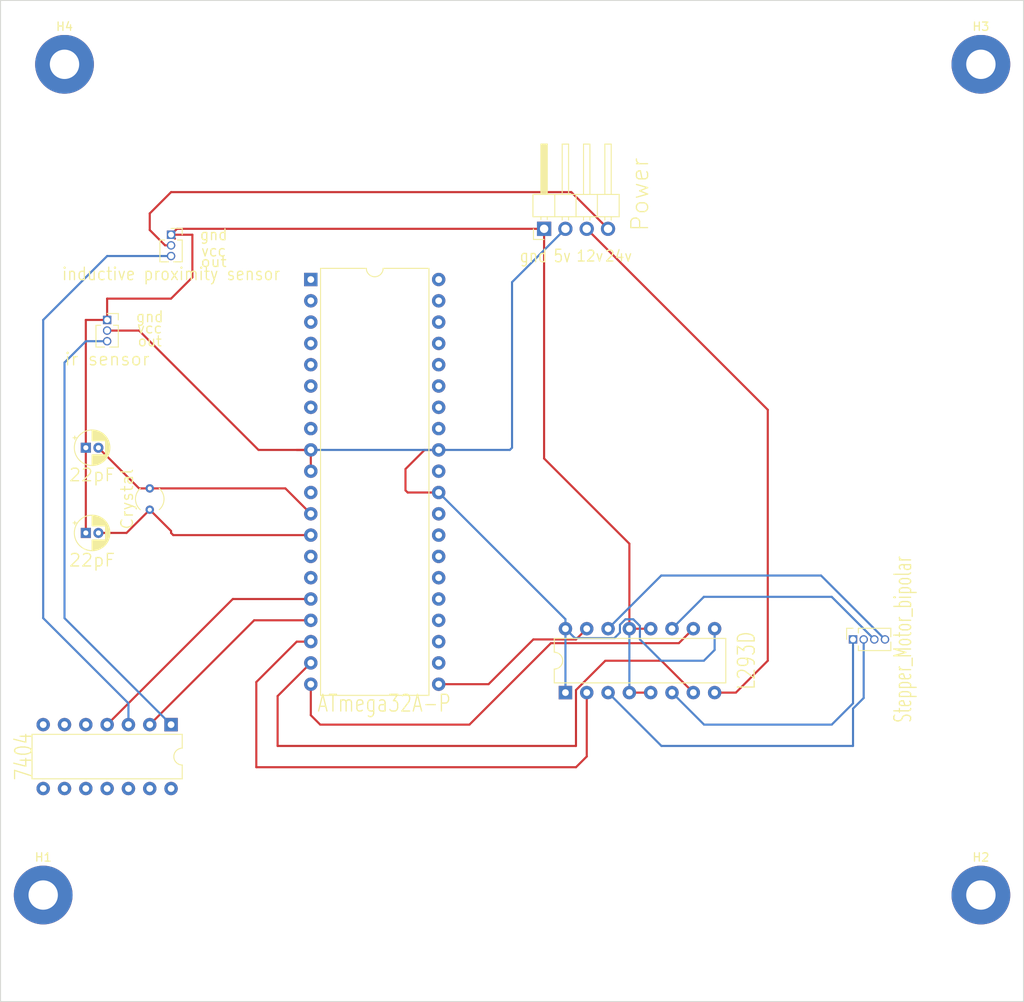
<source format=kicad_pcb>
(kicad_pcb (version 20211014) (generator pcbnew)
  (layers (0 "F.Cu" signal) (31 "B.Cu" signal) (34 "B.Paste" user) (35 "F.Paste" user) (36 "B.SilkS" user "B.Silkscreen") (37 "F.SilkS" user "F.Silkscreen") (38 "B.Mask" user) (39 "F.Mask" user) (44 "Edge.Cuts" user))
  (net 0 "")
  (net 1 "Net-(C1-Pad1)")
  (net 2 "Net-(C1-Pad2)")
  (net 3 "Net-(C2-Pad2)")
  (net 4 "Net-(J1-Pad2)")
  (net 5 "Net-(J1-Pad3)")
  (net 6 "Net-(J1-Pad4)")
  (net 7 "Net-(J3-Pad3)")
  (net 8 "Net-(M1-Pad1)")
  (net 9 "Net-(M1-Pad2)")
  (net 10 "Net-(M1-Pad3)")
  (net 11 "Net-(M1-Pad4)")
  (net 20 "Net-(U1-Pad11)")
  (net 23 "Net-(U1-Pad16)")
  (net 24 "Net-(U1-Pad17)")
  (net 25 "Net-(U1-Pad18)")
  (net 26 "Net-(U1-Pad19)")
  (net 27 "Net-(U1-Pad20)")
  (net 28 "Net-(U1-Pad21)")
  (net 47 "Gnd")
  (net 54 "Net-(J2-Pad3)")
  (footprint "Connector_PinHeader_2.54mm:PinHeader_1x04_P2.54mm_Horizontal" (layer "F.Cu") (at 85.1 78.035 90)
    (fp_text reference "J1")
    (fp_text value "Power" (at 4.1 11.42 90) (layer "F.SilkS") (effects (font (size 2 2))))
    (fp_line (start 1.042929 4.7) (end 1.44 4.7) (layer "F.SilkS") (width 0.12))
    (fp_line (start 4.1 -0.08) (end 10.1 -0.08) (layer "F.SilkS") (width 0.12))
    (fp_line (start 4.1 0.28) (end 10.1 0.28) (layer "F.SilkS") (width 0.12))
    (fp_line (start 10.1 4.7) (end 10.1 5.46) (layer "F.SilkS") (width 0.12))
    (fp_line (start 1.042929 8) (end 1.44 8) (layer "F.SilkS") (width 0.12))
    (fp_line (start 10.1 7.24) (end 10.1 8) (layer "F.SilkS") (width 0.12))
    (fp_line (start 4.1 -0.32) (end 10.1 -0.32) (layer "F.SilkS") (width 0.12))
    (fp_line (start 10.1 -0.38) (end 10.1 0.38) (layer "F.SilkS") (width 0.12))
    (fp_line (start 1.44 8.95) (end 4.1 8.95) (layer "F.SilkS") (width 0.12))
    (fp_line (start 1.44 6.35) (end 4.1 6.35) (layer "F.SilkS") (width 0.12))
    (fp_line (start 10.1 8) (end 4.1 8) (layer "F.SilkS") (width 0.12))
    (fp_line (start 1.11 -0.38) (end 1.44 -0.38) (layer "F.SilkS") (width 0.12))
    (fp_line (start 10.1 5.46) (end 4.1 5.46) (layer "F.SilkS") (width 0.12))
    (fp_line (start 1.44 -1.33) (end 1.44 8.95) (layer "F.SilkS") (width 0.12))
    (fp_line (start 4.1 0.16) (end 10.1 0.16) (layer "F.SilkS") (width 0.12))
    (fp_line (start 1.44 1.27) (end 4.1 1.27) (layer "F.SilkS") (width 0.12))
    (fp_line (start 1.042929 5.46) (end 1.44 5.46) (layer "F.SilkS") (width 0.12))
    (fp_line (start -1.27 0) (end -1.27 -1.27) (layer "F.SilkS") (width 0.12))
    (fp_line (start 10.1 0.38) (end 4.1 0.38) (layer "F.SilkS") (width 0.12))
    (fp_line (start 1.042929 2.92) (end 1.44 2.92) (layer "F.SilkS") (width 0.12))
    (fp_line (start 4.1 2.16) (end 10.1 2.16) (layer "F.SilkS") (width 0.12))
    (fp_line (start 4.1 0.04) (end 10.1 0.04) (layer "F.SilkS") (width 0.12))
    (fp_line (start 1.042929 7.24) (end 1.44 7.24) (layer "F.SilkS") (width 0.12))
    (fp_line (start -1.27 -1.27) (end 0 -1.27) (layer "F.SilkS") (width 0.12))
    (fp_line (start 10.1 2.92) (end 4.1 2.92) (layer "F.SilkS") (width 0.12))
    (fp_line (start 4.1 7.24) (end 10.1 7.24) (layer "F.SilkS") (width 0.12))
    (fp_line (start 4.1 -0.2) (end 10.1 -0.2) (layer "F.SilkS") (width 0.12))
    (fp_line (start 4.1 8.95) (end 4.1 -1.33) (layer "F.SilkS") (width 0.12))
    (fp_line (start 4.1 -0.38) (end 10.1 -0.38) (layer "F.SilkS") (width 0.12))
    (fp_line (start 10.1 2.16) (end 10.1 2.92) (layer "F.SilkS") (width 0.12))
    (fp_line (start 1.042929 2.16) (end 1.44 2.16) (layer "F.SilkS") (width 0.12))
    (fp_line (start 1.11 0.38) (end 1.44 0.38) (layer "F.SilkS") (width 0.12))
    (fp_line (start 4.1 4.7) (end 10.1 4.7) (layer "F.SilkS") (width 0.12))
    (fp_line (start 1.44 3.81) (end 4.1 3.81) (layer "F.SilkS") (width 0.12))
    (fp_line (start 4.1 -1.33) (end 1.44 -1.33) (layer "F.SilkS") (width 0.12))
    (pad "1" thru_hole rect (at 0 0 90) (size 1.7 1.7) (drill 1) (layers *.Cu *.Mask) (net 1 "Net-(C1-Pad1)"))
    (pad "2" thru_hole oval (at 0 2.54 90) (size 1.7 1.7) (drill 1) (layers *.Cu *.Mask) (net 4 "Net-(J1-Pad2)"))
    (pad "3" thru_hole oval (at 0 5.08 90) (size 1.7 1.7) (drill 1) (layers *.Cu *.Mask) (net 5 "Net-(J1-Pad3)"))
    (pad "4" thru_hole oval (at 0 7.62 90) (size 1.7 1.7) (drill 1) (layers *.Cu *.Mask) (net 6 "Net-(J1-Pad4)"))
  )
  (footprint "MountingHole:MountingHole_3.5mm_Pad" (layer "F.Cu") (at 25.4 157.48)
    (fp_text reference "H1" (at 0 -4.5) (layer "F.SilkS"))
    (fp_text value "MountingHole")
    (pad "1" thru_hole circle (at 0 0) (size 7 7) (drill 3.5) (layers *.Cu *.Mask))
  )
  (footprint "MountingHole:MountingHole_3.5mm_Pad" (layer "F.Cu") (at 137.16 58.42)
    (fp_text reference "H3" (at 0 -4.5) (layer "F.SilkS"))
    (fp_text value "MountingHole")
    (pad "1" thru_hole circle (at 0 0) (size 7 7) (drill 3.5) (layers *.Cu *.Mask))
  )
  (footprint "Capacitor_THT:CP_Radial_D4.0mm_P1.50mm" (layer "F.Cu") (at 30.48 114.3)
    (fp_text reference "C1")
    (fp_text value "22pF" (at 0.75 3.25) (layer "F.SilkS") (effects (font (size 1.5 1.5))))
    (fp_line (start 0.91 -2.074) (end 0.91 -0.84) (layer "F.SilkS") (width 0.12))
    (fp_line (start 1.07 0.84) (end 1.07 2.056) (layer "F.SilkS") (width 0.12))
    (fp_line (start 0.95 0.84) (end 0.95 2.071) (layer "F.SilkS") (width 0.12))
    (fp_line (start 1.711 0.84) (end 1.711 1.851) (layer "F.SilkS") (width 0.12))
    (fp_line (start 2.191 0.84) (end 2.191 1.516) (layer "F.SilkS") (width 0.12))
    (fp_line (start 1.03 -2.062) (end 1.03 -0.84) (layer "F.SilkS") (width 0.12))
    (fp_line (start 2.671 -0.859) (end 2.671 0.859) (layer "F.SilkS") (width 0.12))
    (fp_line (start 1.511 0.84) (end 1.511 1.94) (layer "F.SilkS") (width 0.12))
    (fp_line (start 2.231 -1.478) (end 2.231 -0.84) (layer "F.SilkS") (width 0.12))
    (fp_line (start 0.99 0.84) (end 0.99 2.067) (layer "F.SilkS") (width 0.12))
    (fp_line (start 1.511 -1.94) (end 1.511 -0.84) (layer "F.SilkS") (width 0.12))
    (fp_line (start 2.751 -0.664) (end 2.751 0.664) (layer "F.SilkS") (width 0.12))
    (fp_line (start 1.551 0.84) (end 1.551 1.924) (layer "F.SilkS") (width 0.12))
    (fp_line (start 2.231 0.84) (end 2.231 1.478) (layer "F.SilkS") (width 0.12))
    (fp_line (start 1.831 0.84) (end 1.831 1.785) (layer "F.SilkS") (width 0.12))
    (fp_line (start 1.671 -1.87) (end 1.671 -0.84) (layer "F.SilkS") (width 0.12))
    (fp_line (start 2.111 -1.587) (end 2.111 -0.84) (layer "F.SilkS") (width 0.12))
    (fp_line (start 2.271 0.84) (end 2.271 1.438) (layer "F.SilkS") (width 0.12))
    (fp_line (start 0.95 -2.071) (end 0.95 -0.84) (layer "F.SilkS") (width 0.12))
    (fp_line (start 0.91 0.84) (end 0.91 2.074) (layer "F.SilkS") (width 0.12))
    (fp_line (start 2.471 -1.2) (end 2.471 1.2) (layer "F.SilkS") (width 0.12))
    (fp_line (start 1.23 0.84) (end 1.23 2.025) (layer "F.SilkS") (width 0.12))
    (fp_line (start 2.031 0.84) (end 2.031 1.65) (layer "F.SilkS") (width 0.12))
    (fp_line (start 2.511 -1.142) (end 2.511 1.142) (layer "F.SilkS") (width 0.12))
    (fp_line (start 1.711 -1.851) (end 1.711 -0.84) (layer "F.SilkS") (width 0.12))
    (fp_line (start 0.99 -2.067) (end 0.99 -0.84) (layer "F.SilkS") (width 0.12))
    (fp_line (start 1.911 0.84) (end 1.911 1.735) (layer "F.SilkS") (width 0.12))
    (fp_line (start 1.911 -1.735) (end 1.911 -0.84) (layer "F.SilkS") (width 0.12))
    (fp_line (start 2.071 -1.619) (end 2.071 -0.84) (layer "F.SilkS") (width 0.12))
    (fp_line (start 2.631 -0.94) (end 2.631 0.94) (layer "F.SilkS") (width 0.12))
    (fp_line (start 1.631 0.84) (end 1.631 1.889) (layer "F.SilkS") (width 0.12))
    (fp_line (start 1.871 -1.76) (end 1.871 -0.84) (layer "F.SilkS") (width 0.12))
    (fp_line (start 2.191 -1.516) (end 2.191 -0.84) (layer "F.SilkS") (width 0.12))
    (fp_line (start 1.991 -1.68) (end 1.991 -0.84) (layer "F.SilkS") (width 0.12))
    (fp_line (start 1.11 -2.05) (end 1.11 -0.84) (layer "F.SilkS") (width 0.12))
    (fp_line (start 1.991 0.84) (end 1.991 1.68) (layer "F.SilkS") (width 0.12))
    (fp_line (start 2.431 -1.254) (end 2.431 1.254) (layer "F.SilkS") (width 0.12))
    (fp_line (start 0.83 0.84) (end 0.83 2.079) (layer "F.SilkS") (width 0.12))
    (fp_line (start 1.591 0.84) (end 1.591 1.907) (layer "F.SilkS") (width 0.12))
    (fp_line (start 2.071 0.84) (end 2.071 1.619) (layer "F.SilkS") (width 0.12))
    (fp_line (start 1.791 0.84) (end 1.791 1.808) (layer "F.SilkS") (width 0.12))
    (fp_line (start 0.79 -2.08) (end 0.79 -0.84) (layer "F.SilkS") (width 0.12))
    (fp_line (start 1.951 0.84) (end 1.951 1.708) (layer "F.SilkS") (width 0.12))
    (fp_line (start 1.31 0.84) (end 1.31 2.005) (layer "F.SilkS") (width 0.12))
    (fp_line (start 1.791 -1.808) (end 1.791 -0.84) (layer "F.SilkS") (width 0.12))
    (fp_line (start 1.31 -2.005) (end 1.31 -0.84) (layer "F.SilkS") (width 0.12))
    (fp_line (start 2.351 -1.351) (end 2.351 1.351) (layer "F.SilkS") (width 0.12))
    (fp_line (start 0.87 0.84) (end 0.87 2.077) (layer "F.SilkS") (width 0.12))
    (fp_line (start 1.631 -1.889) (end 1.631 -0.84) (layer "F.SilkS") (width 0.12))
    (fp_line (start 0.75 0.84) (end 0.75 2.08) (layer "F.SilkS") (width 0.12))
    (fp_line (start 2.391 -1.304) (end 2.391 1.304) (layer "F.SilkS") (width 0.12))
    (fp_line (start 2.711 -0.768) (end 2.711 0.768) (layer "F.SilkS") (width 0.12))
    (fp_line (start 1.07 -2.056) (end 1.07 -0.84) (layer "F.SilkS") (width 0.12))
    (fp_line (start 1.471 -1.954) (end 1.471 -0.84) (layer "F.SilkS") (width 0.12))
    (fp_line (start 1.03 0.84) (end 1.03 2.062) (layer "F.SilkS") (width 0.12))
    (fp_line (start 2.831 -0.37) (end 2.831 0.37) (layer "F.SilkS") (width 0.12))
    (fp_line (start 1.27 -2.016) (end 1.27 -0.84) (layer "F.SilkS") (width 0.12))
    (fp_line (start 1.23 -2.025) (end 1.23 -0.84) (layer "F.SilkS") (width 0.12))
    (fp_line (start 1.751 0.84) (end 1.751 1.83) (layer "F.SilkS") (width 0.12))
    (fp_line (start 1.19 -2.034) (end 1.19 -0.84) (layer "F.SilkS") (width 0.12))
    (fp_line (start 1.951 -1.708) (end 1.951 -0.84) (layer "F.SilkS") (width 0.12))
    (fp_line (start 2.311 0.84) (end 2.311 1.396) (layer "F.SilkS") (width 0.12))
    (fp_line (start 0.75 -2.08) (end 0.75 -0.84) (layer "F.SilkS") (width 0.12))
    (fp_line (start 0.83 -2.079) (end 0.83 -0.84) (layer "F.SilkS") (width 0.12))
    (fp_line (start 1.35 -1.994) (end 1.35 -0.84) (layer "F.SilkS") (width 0.12))
    (fp_line (start 1.11 0.84) (end 1.11 2.05) (layer "F.SilkS") (width 0.12))
    (fp_line (start 1.15 -2.042) (end 1.15 -0.84) (layer "F.SilkS") (width 0.12))
    (fp_line (start -1.319801 -1.395) (end -1.319801 -0.995) (layer "F.SilkS") (width 0.12))
    (fp_line (start 1.551 -1.924) (end 1.551 -0.84) (layer "F.SilkS") (width 0.12))
    (fp_line (start 1.15 0.84) (end 1.15 2.042) (layer "F.SilkS") (width 0.12))
    (fp_line (start 2.311 -1.396) (end 2.311 -0.84) (layer "F.SilkS") (width 0.12))
    (fp_line (start 2.111 0.84) (end 2.111 1.587) (layer "F.SilkS") (width 0.12))
    (fp_line (start 1.35 0.84) (end 1.35 1.994) (layer "F.SilkS") (width 0.12))
    (fp_line (start 1.591 -1.907) (end 1.591 -0.84) (layer "F.SilkS") (width 0.12))
    (fp_line (start 2.551 -1.08) (end 2.551 1.08) (layer "F.SilkS") (width 0.12))
    (fp_line (start 1.43 -1.968) (end 1.43 -0.84) (layer "F.SilkS") (width 0.12))
    (fp_line (start 2.791 -0.537) (end 2.791 0.537) (layer "F.SilkS") (width 0.12))
    (fp_line (start 2.031 -1.65) (end 2.031 -0.84) (layer "F.SilkS") (width 0.12))
    (fp_line (start 0.79 0.84) (end 0.79 2.08) (layer "F.SilkS") (width 0.12))
    (fp_line (start 1.471 0.84) (end 1.471 1.954) (layer "F.SilkS") (width 0.12))
    (fp_line (start 1.43 0.84) (end 1.43 1.968) (layer "F.SilkS") (width 0.12))
    (fp_line (start 2.151 -1.552) (end 2.151 -0.84) (layer "F.SilkS") (width 0.12))
    (fp_line (start 1.27 0.84) (end 1.27 2.016) (layer "F.SilkS") (width 0.12))
    (fp_line (start 1.671 0.84) (end 1.671 1.87) (layer "F.SilkS") (width 0.12))
    (fp_line (start 1.831 -1.785) (end 1.831 -0.84) (layer "F.SilkS") (width 0.12))
    (fp_line (start 1.751 -1.83) (end 1.751 -0.84) (layer "F.SilkS") (width 0.12))
    (fp_line (start 2.591 -1.013) (end 2.591 1.013) (layer "F.SilkS") (width 0.12))
    (fp_line (start 0.87 -2.077) (end 0.87 -0.84) (layer "F.SilkS") (width 0.12))
    (fp_line (start 1.39 0.84) (end 1.39 1.982) (layer "F.SilkS") (width 0.12))
    (fp_line (start 2.151 0.84) (end 2.151 1.552) (layer "F.SilkS") (width 0.12))
    (fp_line (start -1.519801 -1.195) (end -1.119801 -1.195) (layer "F.SilkS") (width 0.12))
    (fp_line (start 1.19 0.84) (end 1.19 2.034) (layer "F.SilkS") (width 0.12))
    (fp_line (start 2.271 -1.438) (end 2.271 -0.84) (layer "F.SilkS") (width 0.12))
    (fp_line (start 1.871 0.84) (end 1.871 1.76) (layer "F.SilkS") (width 0.12))
    (fp_line (start 1.39 -1.982) (end 1.39 -0.84) (layer "F.SilkS") (width 0.12))
    (fp_circle (center 0.75 0) (end 2.87 0) (layer "F.SilkS") (width 0.12) (fill none))
    (pad "1" thru_hole rect (at 0 0) (size 1.2 1.2) (drill 0.6) (layers *.Cu *.Mask) (net 1 "Net-(C1-Pad1)"))
    (pad "2" thru_hole circle (at 1.5 0) (size 1.2 1.2) (drill 0.6) (layers *.Cu *.Mask) (net 2 "Net-(C1-Pad2)"))
  )
  (footprint "Capacitor_THT:CP_Radial_D4.0mm_P1.50mm" (layer "F.Cu") (at 30.48 104.14)
    (fp_text reference "C2")
    (fp_text value "22pF" (at 0.75 3.25) (layer "F.SilkS") (effects (font (size 1.5 1.5))))
    (fp_line (start 1.871 -1.76) (end 1.871 -0.84) (layer "F.SilkS") (width 0.12))
    (fp_line (start 0.87 0.84) (end 0.87 2.077) (layer "F.SilkS") (width 0.12))
    (fp_line (start -1.519801 -1.195) (end -1.119801 -1.195) (layer "F.SilkS") (width 0.12))
    (fp_line (start 2.711 -0.768) (end 2.711 0.768) (layer "F.SilkS") (width 0.12))
    (fp_line (start 0.79 -2.08) (end 0.79 -0.84) (layer "F.SilkS") (width 0.12))
    (fp_line (start 1.911 -1.735) (end 1.911 -0.84) (layer "F.SilkS") (width 0.12))
    (fp_line (start 0.75 -2.08) (end 0.75 -0.84) (layer "F.SilkS") (width 0.12))
    (fp_line (start 0.75 0.84) (end 0.75 2.08) (layer "F.SilkS") (width 0.12))
    (fp_line (start 2.431 -1.254) (end 2.431 1.254) (layer "F.SilkS") (width 0.12))
    (fp_line (start 1.43 -1.968) (end 1.43 -0.84) (layer "F.SilkS") (width 0.12))
    (fp_line (start 1.951 0.84) (end 1.951 1.708) (layer "F.SilkS") (width 0.12))
    (fp_line (start 1.15 0.84) (end 1.15 2.042) (layer "F.SilkS") (width 0.12))
    (fp_line (start 1.551 0.84) (end 1.551 1.924) (layer "F.SilkS") (width 0.12))
    (fp_line (start 1.831 -1.785) (end 1.831 -0.84) (layer "F.SilkS") (width 0.12))
    (fp_line (start 1.911 0.84) (end 1.911 1.735) (layer "F.SilkS") (width 0.12))
    (fp_line (start 0.99 0.84) (end 0.99 2.067) (layer "F.SilkS") (width 0.12))
    (fp_line (start 0.87 -2.077) (end 0.87 -0.84) (layer "F.SilkS") (width 0.12))
    (fp_line (start 2.271 -1.438) (end 2.271 -0.84) (layer "F.SilkS") (width 0.12))
    (fp_line (start 2.351 -1.351) (end 2.351 1.351) (layer "F.SilkS") (width 0.12))
    (fp_line (start 2.271 0.84) (end 2.271 1.438) (layer "F.SilkS") (width 0.12))
    (fp_line (start 1.591 0.84) (end 1.591 1.907) (layer "F.SilkS") (width 0.12))
    (fp_line (start 2.231 0.84) (end 2.231 1.478) (layer "F.SilkS") (width 0.12))
    (fp_line (start 1.991 0.84) (end 1.991 1.68) (layer "F.SilkS") (width 0.12))
    (fp_line (start 0.99 -2.067) (end 0.99 -0.84) (layer "F.SilkS") (width 0.12))
    (fp_line (start 2.191 -1.516) (end 2.191 -0.84) (layer "F.SilkS") (width 0.12))
    (fp_line (start 1.19 0.84) (end 1.19 2.034) (layer "F.SilkS") (width 0.12))
    (fp_line (start 1.39 -1.982) (end 1.39 -0.84) (layer "F.SilkS") (width 0.12))
    (fp_line (start 0.83 0.84) (end 0.83 2.079) (layer "F.SilkS") (width 0.12))
    (fp_line (start 0.91 0.84) (end 0.91 2.074) (layer "F.SilkS") (width 0.12))
    (fp_line (start 2.671 -0.859) (end 2.671 0.859) (layer "F.SilkS") (width 0.12))
    (fp_line (start 2.231 -1.478) (end 2.231 -0.84) (layer "F.SilkS") (width 0.12))
    (fp_line (start 2.031 -1.65) (end 2.031 -0.84) (layer "F.SilkS") (width 0.12))
    (fp_line (start 1.631 -1.889) (end 1.631 -0.84) (layer "F.SilkS") (width 0.12))
    (fp_line (start 2.471 -1.2) (end 2.471 1.2) (layer "F.SilkS") (width 0.12))
    (fp_line (start 2.031 0.84) (end 2.031 1.65) (layer "F.SilkS") (width 0.12))
    (fp_line (start 1.07 0.84) (end 1.07 2.056) (layer "F.SilkS") (width 0.12))
    (fp_line (start 1.15 -2.042) (end 1.15 -0.84) (layer "F.SilkS") (width 0.12))
    (fp_line (start 2.791 -0.537) (end 2.791 0.537) (layer "F.SilkS") (width 0.12))
    (fp_line (start 1.791 -1.808) (end 1.791 -0.84) (layer "F.SilkS") (width 0.12))
    (fp_line (start 1.671 0.84) (end 1.671 1.87) (layer "F.SilkS") (width 0.12))
    (fp_line (start 1.11 0.84) (end 1.11 2.05) (layer "F.SilkS") (width 0.12))
    (fp_line (start 1.11 -2.05) (end 1.11 -0.84) (layer "F.SilkS") (width 0.12))
    (fp_line (start 1.471 0.84) (end 1.471 1.954) (layer "F.SilkS") (width 0.12))
    (fp_line (start 1.35 -1.994) (end 1.35 -0.84) (layer "F.SilkS") (width 0.12))
    (fp_line (start 0.83 -2.079) (end 0.83 -0.84) (layer "F.SilkS") (width 0.12))
    (fp_line (start 1.751 0.84) (end 1.751 1.83) (layer "F.SilkS") (width 0.12))
    (fp_line (start 2.391 -1.304) (end 2.391 1.304) (layer "F.SilkS") (width 0.12))
    (fp_line (start 2.631 -0.94) (end 2.631 0.94) (layer "F.SilkS") (width 0.12))
    (fp_line (start 1.07 -2.056) (end 1.07 -0.84) (layer "F.SilkS") (width 0.12))
    (fp_line (start 1.43 0.84) (end 1.43 1.968) (layer "F.SilkS") (width 0.12))
    (fp_line (start 1.27 -2.016) (end 1.27 -0.84) (layer "F.SilkS") (width 0.12))
    (fp_line (start 0.79 0.84) (end 0.79 2.08) (layer "F.SilkS") (width 0.12))
    (fp_line (start -1.319801 -1.395) (end -1.319801 -0.995) (layer "F.SilkS") (width 0.12))
    (fp_line (start 2.311 -1.396) (end 2.311 -0.84) (layer "F.SilkS") (width 0.12))
    (fp_line (start 1.591 -1.907) (end 1.591 -0.84) (layer "F.SilkS") (width 0.12))
    (fp_line (start 1.831 0.84) (end 1.831 1.785) (layer "F.SilkS") (width 0.12))
    (fp_line (start 2.831 -0.37) (end 2.831 0.37) (layer "F.SilkS") (width 0.12))
    (fp_line (start 1.03 0.84) (end 1.03 2.062) (layer "F.SilkS") (width 0.12))
    (fp_line (start 1.711 -1.851) (end 1.711 -0.84) (layer "F.SilkS") (width 0.12))
    (fp_line (start 1.23 0.84) (end 1.23 2.025) (layer "F.SilkS") (width 0.12))
    (fp_line (start 2.071 -1.619) (end 2.071 -0.84) (layer "F.SilkS") (width 0.12))
    (fp_line (start 1.511 0.84) (end 1.511 1.94) (layer "F.SilkS") (width 0.12))
    (fp_line (start 1.39 0.84) (end 1.39 1.982) (layer "F.SilkS") (width 0.12))
    (fp_line (start 2.151 -1.552) (end 2.151 -0.84) (layer "F.SilkS") (width 0.12))
    (fp_line (start 2.591 -1.013) (end 2.591 1.013) (layer "F.SilkS") (width 0.12))
    (fp_line (start 2.111 -1.587) (end 2.111 -0.84) (layer "F.SilkS") (width 0.12))
    (fp_line (start 1.991 -1.68) (end 1.991 -0.84) (layer "F.SilkS") (width 0.12))
    (fp_line (start 1.671 -1.87) (end 1.671 -0.84) (layer "F.SilkS") (width 0.12))
    (fp_line (start 2.071 0.84) (end 2.071 1.619) (layer "F.SilkS") (width 0.12))
    (fp_line (start 1.711 0.84) (end 1.711 1.851) (layer "F.SilkS") (width 0.12))
    (fp_line (start 2.111 0.84) (end 2.111 1.587) (layer "F.SilkS") (width 0.12))
    (fp_line (start 1.511 -1.94) (end 1.511 -0.84) (layer "F.SilkS") (width 0.12))
    (fp_line (start 1.791 0.84) (end 1.791 1.808) (layer "F.SilkS") (width 0.12))
    (fp_line (start 1.35 0.84) (end 1.35 1.994) (layer "F.SilkS") (width 0.12))
    (fp_line (start 1.631 0.84) (end 1.631 1.889) (layer "F.SilkS") (width 0.12))
    (fp_line (start 1.27 0.84) (end 1.27 2.016) (layer "F.SilkS") (width 0.12))
    (fp_line (start 0.91 -2.074) (end 0.91 -0.84) (layer "F.SilkS") (width 0.12))
    (fp_line (start 2.151 0.84) (end 2.151 1.552) (layer "F.SilkS") (width 0.12))
    (fp_line (start 2.311 0.84) (end 2.311 1.396) (layer "F.SilkS") (width 0.12))
    (fp_line (start 1.31 -2.005) (end 1.31 -0.84) (layer "F.SilkS") (width 0.12))
    (fp_line (start 2.191 0.84) (end 2.191 1.516) (layer "F.SilkS") (width 0.12))
    (fp_line (start 0.95 -2.071) (end 0.95 -0.84) (layer "F.SilkS") (width 0.12))
    (fp_line (start 1.871 0.84) (end 1.871 1.76) (layer "F.SilkS") (width 0.12))
    (fp_line (start 1.471 -1.954) (end 1.471 -0.84) (layer "F.SilkS") (width 0.12))
    (fp_line (start 0.95 0.84) (end 0.95 2.071) (layer "F.SilkS") (width 0.12))
    (fp_line (start 1.03 -2.062) (end 1.03 -0.84) (layer "F.SilkS") (width 0.12))
    (fp_line (start 1.951 -1.708) (end 1.951 -0.84) (layer "F.SilkS") (width 0.12))
    (fp_line (start 1.551 -1.924) (end 1.551 -0.84) (layer "F.SilkS") (width 0.12))
    (fp_line (start 1.751 -1.83) (end 1.751 -0.84) (layer "F.SilkS") (width 0.12))
    (fp_line (start 1.31 0.84) (end 1.31 2.005) (layer "F.SilkS") (width 0.12))
    (fp_line (start 2.751 -0.664) (end 2.751 0.664) (layer "F.SilkS") (width 0.12))
    (fp_line (start 2.551 -1.08) (end 2.551 1.08) (layer "F.SilkS") (width 0.12))
    (fp_line (start 1.19 -2.034) (end 1.19 -0.84) (layer "F.SilkS") (width 0.12))
    (fp_line (start 2.511 -1.142) (end 2.511 1.142) (layer "F.SilkS") (width 0.12))
    (fp_line (start 1.23 -2.025) (end 1.23 -0.84) (layer "F.SilkS") (width 0.12))
    (fp_circle (center 0.75 0) (end 2.87 0) (layer "F.SilkS") (width 0.12) (fill none))
    (pad "1" thru_hole rect (at 0 0) (size 1.2 1.2) (drill 0.6) (layers *.Cu *.Mask) (net 1 "Net-(C1-Pad1)"))
    (pad "2" thru_hole circle (at 1.5 0) (size 1.2 1.2) (drill 0.6) (layers *.Cu *.Mask) (net 3 "Net-(C2-Pad2)"))
  )
  (footprint "Connector_PinSocket_1.27mm:PinSocket_1x04_P1.27mm_Vertical" (layer "F.Cu") (at 121.92 127 90)
    (fp_text reference "M1")
    (fp_text value "Stepper_Motor_bipolar" (at 0 5.945 90) (layer "F.SilkS") (effects (font (size 2 1.2))))
    (fp_line (start -1.33 4.505) (end -0.30753 4.505) (layer "F.SilkS") (width 0.12))
    (fp_line (start 0.30753 4.505) (end 1.33 4.505) (layer "F.SilkS") (width 0.12))
    (fp_line (start 0 -0.76) (end 1.33 -0.76) (layer "F.SilkS") (width 0.12))
    (fp_line (start 0.76 0.635) (end 1.33 0.635) (layer "F.SilkS") (width 0.12))
    (fp_line (start 1.33 0.635) (end 1.33 4.505) (layer "F.SilkS") (width 0.12))
    (fp_line (start 1.33 -0.76) (end 1.33 0) (layer "F.SilkS") (width 0.12))
    (fp_line (start -1.33 0.635) (end -0.76 0.635) (layer "F.SilkS") (width 0.12))
    (fp_line (start -1.33 0.635) (end -1.33 4.505) (layer "F.SilkS") (width 0.12))
    (pad "1" thru_hole rect (at 0 0 90) (size 1 1) (drill 0.7) (layers *.Cu *.Mask) (net 8 "Net-(M1-Pad1)"))
    (pad "2" thru_hole oval (at 0 1.27 90) (size 1 1) (drill 0.7) (layers *.Cu *.Mask) (net 9 "Net-(M1-Pad2)"))
    (pad "3" thru_hole oval (at 0 2.54 90) (size 1 1) (drill 0.7) (layers *.Cu *.Mask) (net 10 "Net-(M1-Pad3)"))
    (pad "4" thru_hole oval (at 0 3.81 90) (size 1 1) (drill 0.7) (layers *.Cu *.Mask) (net 11 "Net-(M1-Pad4)"))
  )
  (footprint "MountingHole:MountingHole_3.5mm_Pad" (layer "F.Cu") (at 137.16 157.48)
    (fp_text reference "H2" (at 0 -4.5) (layer "F.SilkS"))
    (fp_text value "MountingHole")
    (pad "1" thru_hole circle (at 0 0) (size 7 7) (drill 3.5) (layers *.Cu *.Mask))
  )
  (footprint "MountingHole:MountingHole_3.5mm_Pad" (layer "F.Cu") (at 27.94 58.42)
    (fp_text reference "H4" (at 0 -4.5) (layer "F.SilkS"))
    (fp_text value "MountingHole")
    (pad "1" thru_hole circle (at 0 0) (size 7 7) (drill 3.5) (layers *.Cu *.Mask))
  )
  (footprint "Crystal:Crystal_AT310_D3.0mm_L10.0mm_Vertical" (layer "F.Cu") (at 38.1 108.99 -90)
    (fp_text reference "Y1")
    (fp_text value "Crystal" (at 1.27 2.7 90) (layer "F.SilkS") (effects (font (size 1.4 1.4))))
    (fp_arc (start 2.540542 1.129479) (mid 1.270408 1.7) (end 0 1.130088) (layer "F.SilkS") (width 0.12))
    (fp_arc (start 0 -1.130088) (mid 1.270408 -1.7) (end 2.540542 -1.129479) (layer "F.SilkS") (width 0.12))
    (pad "1" thru_hole circle (at 0 0 270) (size 1 1) (drill 0.5) (layers *.Cu *.Mask) (net 3 "Net-(C2-Pad2)"))
    (pad "2" thru_hole circle (at 2.54 0 270) (size 1 1) (drill 0.5) (layers *.Cu *.Mask) (net 2 "Net-(C1-Pad2)"))
  )
  (footprint "Package_DIP:DIP-40_W15.24mm" (layer "F.Cu") (at 57.295199 84.08)
    (fp_text reference "U1")
    (fp_text value "ATmega32A-P" (at 8.744801 50.54) (layer "F.SilkS") (effects (font (size 2 1.5))))
    (fp_line (start 6.62 -1.33) (end 1.16 -1.33) (layer "F.SilkS") (width 0.12))
    (fp_line (start 14.08 -1.33) (end 8.62 -1.33) (layer "F.SilkS") (width 0.12))
    (fp_line (start 14.08 49.59) (end 14.08 -1.33) (layer "F.SilkS") (width 0.12))
    (fp_line (start 1.16 -1.33) (end 1.16 49.59) (layer "F.SilkS") (width 0.12))
    (fp_line (start 1.16 49.59) (end 14.08 49.59) (layer "F.SilkS") (width 0.12))
    (fp_arc (start 8.62 -1.33) (mid 7.62 -0.33) (end 6.62 -1.33) (layer "F.SilkS") (width 0.12))
    (pad "1" thru_hole rect (at 0 0) (size 1.6 1.6) (drill 0.8) (layers *.Cu *.Mask))
    (pad "2" thru_hole oval (at 0 2.54) (size 1.6 1.6) (drill 0.8) (layers *.Cu *.Mask))
    (pad "3" thru_hole oval (at 0 5.08) (size 1.6 1.6) (drill 0.8) (layers *.Cu *.Mask))
    (pad "4" thru_hole oval (at 0 7.62) (size 1.6 1.6) (drill 0.8) (layers *.Cu *.Mask))
    (pad "5" thru_hole oval (at 0 10.16) (size 1.6 1.6) (drill 0.8) (layers *.Cu *.Mask))
    (pad "6" thru_hole oval (at 0 12.7) (size 1.6 1.6) (drill 0.8) (layers *.Cu *.Mask))
    (pad "7" thru_hole oval (at 0 15.24) (size 1.6 1.6) (drill 0.8) (layers *.Cu *.Mask))
    (pad "8" thru_hole oval (at 0 17.78) (size 1.6 1.6) (drill 0.8) (layers *.Cu *.Mask))
    (pad "9" thru_hole oval (at 0 20.32) (size 1.6 1.6) (drill 0.8) (layers *.Cu *.Mask) (net 4 "Net-(J1-Pad2)"))
    (pad "10" thru_hole oval (at 0 22.86) (size 1.6 1.6) (drill 0.8) (layers *.Cu *.Mask) (net 4 "Net-(J1-Pad2)"))
    (pad "11" thru_hole oval (at 0 25.4) (size 1.6 1.6) (drill 0.8) (layers *.Cu *.Mask) (net 20 "Net-(U1-Pad11)"))
    (pad "12" thru_hole oval (at 0 27.94) (size 1.6 1.6) (drill 0.8) (layers *.Cu *.Mask) (net 3 "Net-(C2-Pad2)"))
    (pad "13" thru_hole oval (at 0 30.48) (size 1.6 1.6) (drill 0.8) (layers *.Cu *.Mask) (net 2 "Net-(C1-Pad2)"))
    (pad "14" thru_hole oval (at 0 33.02) (size 1.6 1.6) (drill 0.8) (layers *.Cu *.Mask))
    (pad "15" thru_hole oval (at 0 35.56) (size 1.6 1.6) (drill 0.8) (layers *.Cu *.Mask))
    (pad "16" thru_hole oval (at 0 38.1) (size 1.6 1.6) (drill 0.8) (layers *.Cu *.Mask) (net 23 "Net-(U1-Pad16)"))
    (pad "17" thru_hole oval (at 0 40.64) (size 1.6 1.6) (drill 0.8) (layers *.Cu *.Mask) (net 24 "Net-(U1-Pad17)"))
    (pad "18" thru_hole oval (at 0 43.18) (size 1.6 1.6) (drill 0.8) (layers *.Cu *.Mask) (net 25 "Net-(U1-Pad18)"))
    (pad "19" thru_hole oval (at 0 45.72) (size 1.6 1.6) (drill 0.8) (layers *.Cu *.Mask) (net 26 "Net-(U1-Pad19)"))
    (pad "20" thru_hole oval (at 0 48.26) (size 1.6 1.6) (drill 0.8) (layers *.Cu *.Mask) (net 27 "Net-(U1-Pad20)"))
    (pad "21" thru_hole oval (at 15.24 48.26) (size 1.6 1.6) (drill 0.8) (layers *.Cu *.Mask) (net 28 "Net-(U1-Pad21)"))
    (pad "22" thru_hole oval (at 15.24 45.72) (size 1.6 1.6) (drill 0.8) (layers *.Cu *.Mask))
    (pad "23" thru_hole oval (at 15.24 43.18) (size 1.6 1.6) (drill 0.8) (layers *.Cu *.Mask))
    (pad "24" thru_hole oval (at 15.24 40.64) (size 1.6 1.6) (drill 0.8) (layers *.Cu *.Mask))
    (pad "25" thru_hole oval (at 15.24 38.1) (size 1.6 1.6) (drill 0.8) (layers *.Cu *.Mask))
    (pad "26" thru_hole oval (at 15.24 35.56) (size 1.6 1.6) (drill 0.8) (layers *.Cu *.Mask))
    (pad "27" thru_hole oval (at 15.24 33.02) (size 1.6 1.6) (drill 0.8) (layers *.Cu *.Mask))
    (pad "28" thru_hole oval (at 15.24 30.48) (size 1.6 1.6) (drill 0.8) (layers *.Cu *.Mask))
    (pad "29" thru_hole oval (at 15.24 27.94) (size 1.6 1.6) (drill 0.8) (layers *.Cu *.Mask))
    (pad "30" thru_hole oval (at 15.24 25.4) (size 1.6 1.6) (drill 0.8) (layers *.Cu *.Mask) (net 4 "Net-(J1-Pad2)"))
    (pad "31" thru_hole oval (at 15.24 22.86) (size 1.6 1.6) (drill 0.8) (layers *.Cu *.Mask) (net 20 "Net-(U1-Pad11)"))
    (pad "32" thru_hole oval (at 15.24 20.32) (size 1.6 1.6) (drill 0.8) (layers *.Cu *.Mask) (net 4 "Net-(J1-Pad2)"))
    (pad "33" thru_hole oval (at 15.24 17.78) (size 1.6 1.6) (drill 0.8) (layers *.Cu *.Mask))
    (pad "34" thru_hole oval (at 15.24 15.24) (size 1.6 1.6) (drill 0.8) (layers *.Cu *.Mask))
    (pad "35" thru_hole oval (at 15.24 12.7) (size 1.6 1.6) (drill 0.8) (layers *.Cu *.Mask))
    (pad "36" thru_hole oval (at 15.24 10.16) (size 1.6 1.6) (drill 0.8) (layers *.Cu *.Mask))
    (pad "37" thru_hole oval (at 15.24 7.62) (size 1.6 1.6) (drill 0.8) (layers *.Cu *.Mask))
    (pad "38" thru_hole oval (at 15.24 5.08) (size 1.6 1.6) (drill 0.8) (layers *.Cu *.Mask))
    (pad "39" thru_hole oval (at 15.24 2.54) (size 1.6 1.6) (drill 0.8) (layers *.Cu *.Mask))
    (pad "40" thru_hole oval (at 15.24 0) (size 1.6 1.6) (drill 0.8) (layers *.Cu *.Mask))
  )
  (footprint "Package_DIP:DIP-14_W7.62mm" (layer "F.Cu") (at 40.64 137.16 -90)
    (fp_text reference "U3")
    (fp_text value "7404" (at 3.81 17.57 90) (layer "F.SilkS") (effects (font (size 2 1.5))))
    (fp_line (start 1.16 -1.33) (end 1.16 16.57) (layer "F.SilkS") (width 0.12))
    (fp_line (start 2.81 -1.33) (end 1.16 -1.33) (layer "F.SilkS") (width 0.12))
    (fp_line (start 1.16 16.57) (end 6.46 16.57) (layer "F.SilkS") (width 0.12))
    (fp_line (start 6.46 -1.33) (end 4.81 -1.33) (layer "F.SilkS") (width 0.12))
    (fp_line (start 6.46 16.57) (end 6.46 -1.33) (layer "F.SilkS") (width 0.12))
    (fp_arc (start 4.81 -1.33) (mid 3.81 -0.33) (end 2.81 -1.33) (layer "F.SilkS") (width 0.12))
    (pad "1" thru_hole rect (at 0 0 270) (size 1.6 1.6) (drill 0.8) (layers *.Cu *.Mask) (net 7 "Net-(J3-Pad3)"))
    (pad "2" thru_hole oval (at 0 2.54 270) (size 1.6 1.6) (drill 0.8) (layers *.Cu *.Mask) (net 24 "Net-(U1-Pad17)"))
    (pad "3" thru_hole oval (at 0 5.08 270) (size 1.6 1.6) (drill 0.8) (layers *.Cu *.Mask) (net 54 "Net-(J2-Pad3)"))
    (pad "4" thru_hole oval (at 0 7.62 270) (size 1.6 1.6) (drill 0.8) (layers *.Cu *.Mask) (net 23 "Net-(U1-Pad16)"))
    (pad "5" thru_hole oval (at 0 10.16 270) (size 1.6 1.6) (drill 0.8) (layers *.Cu *.Mask))
    (pad "6" thru_hole oval (at 0 12.7 270) (size 1.6 1.6) (drill 0.8) (layers *.Cu *.Mask))
    (pad "7" thru_hole oval (at 0 15.24 270) (size 1.6 1.6) (drill 0.8) (layers *.Cu *.Mask) (net 47 "Gnd"))
    (pad "8" thru_hole oval (at 7.62 15.24 270) (size 1.6 1.6) (drill 0.8) (layers *.Cu *.Mask))
    (pad "9" thru_hole oval (at 7.62 12.7 270) (size 1.6 1.6) (drill 0.8) (layers *.Cu *.Mask))
    (pad "10" thru_hole oval (at 7.62 10.16 270) (size 1.6 1.6) (drill 0.8) (layers *.Cu *.Mask))
    (pad "11" thru_hole oval (at 7.62 7.62 270) (size 1.6 1.6) (drill 0.8) (layers *.Cu *.Mask))
    (pad "12" thru_hole oval (at 7.62 5.08 270) (size 1.6 1.6) (drill 0.8) (layers *.Cu *.Mask))
    (pad "13" thru_hole oval (at 7.62 2.54 270) (size 1.6 1.6) (drill 0.8) (layers *.Cu *.Mask))
    (pad "14" thru_hole oval (at 7.62 0 270) (size 1.6 1.6) (drill 0.8) (layers *.Cu *.Mask) (net 47 "Gnd"))
  )
  (footprint "Connector_PinSocket_1.27mm:PinSocket_1x03_P1.27mm_Vertical" (layer "F.Cu") (at 40.64 78.74)
    (fp_text reference "J2")
    (fp_text value "inductive proximity sensor" (at 0 4.675) (layer "F.SilkS") (effects (font (size 1.5 1.3))))
    (fp_line (start 0.76 0.635) (end 1.33 0.635) (layer "F.SilkS") (width 0.12))
    (fp_line (start -1.33 0.635) (end -1.33 3.235) (layer "F.SilkS") (width 0.12))
    (fp_line (start -1.33 3.235) (end -0.30753 3.235) (layer "F.SilkS") (width 0.12))
    (fp_line (start 1.33 -0.76) (end 1.33 0) (layer "F.SilkS") (width 0.12))
    (fp_line (start 0 -0.76) (end 1.33 -0.76) (layer "F.SilkS") (width 0.12))
    (fp_line (start -1.33 0.635) (end -0.76 0.635) (layer "F.SilkS") (width 0.12))
    (fp_line (start 1.33 0.635) (end 1.33 3.235) (layer "F.SilkS") (width 0.12))
    (fp_line (start 0.30753 3.235) (end 1.33 3.235) (layer "F.SilkS") (width 0.12))
    (pad "1" thru_hole rect (at 0 0) (size 1 1) (drill 0.7) (layers *.Cu *.Mask) (net 1 "Net-(C1-Pad1)"))
    (pad "2" thru_hole oval (at 0 1.27) (size 1 1) (drill 0.7) (layers *.Cu *.Mask) (net 6 "Net-(J1-Pad4)"))
    (pad "3" thru_hole oval (at 0 2.54) (size 1 1) (drill 0.7) (layers *.Cu *.Mask) (net 54 "Net-(J2-Pad3)"))
  )
  (footprint "Package_DIP:DIP-16_W7.62mm" (layer "F.Cu") (at 87.645 133.34 90)
    (fp_text reference "U2")
    (fp_text value "L293D" (at 3.81 21.575 90) (layer "F.SilkS") (effects (font (size 2 1.5))))
    (fp_line (start 2.81 -1.33) (end 1.16 -1.33) (layer "F.SilkS") (width 0.12))
    (fp_line (start 6.46 19.11) (end 6.46 -1.33) (layer "F.SilkS") (width 0.12))
    (fp_line (start 1.16 19.11) (end 6.46 19.11) (layer "F.SilkS") (width 0.12))
    (fp_line (start 6.46 -1.33) (end 4.81 -1.33) (layer "F.SilkS") (width 0.12))
    (fp_line (start 1.16 -1.33) (end 1.16 19.11) (layer "F.SilkS") (width 0.12))
    (fp_arc (start 4.81 -1.33) (mid 3.81 -0.33) (end 2.81 -1.33) (layer "F.SilkS") (width 0.12))
    (pad "1" thru_hole rect (at 0 0 90) (size 1.6 1.6) (drill 0.8) (layers *.Cu *.Mask) (net 4 "Net-(J1-Pad2)"))
    (pad "2" thru_hole oval (at 0 2.54 90) (size 1.6 1.6) (drill 0.8) (layers *.Cu *.Mask) (net 25 "Net-(U1-Pad18)"))
    (pad "3" thru_hole oval (at 0 5.08 90) (size 1.6 1.6) (drill 0.8) (layers *.Cu *.Mask) (net 9 "Net-(M1-Pad2)"))
    (pad "4" thru_hole oval (at 0 7.62 90) (size 1.6 1.6) (drill 0.8) (layers *.Cu *.Mask) (net 1 "Net-(C1-Pad1)"))
    (pad "5" thru_hole oval (at 0 10.16 90) (size 1.6 1.6) (drill 0.8) (layers *.Cu *.Mask) (net 1 "Net-(C1-Pad1)"))
    (pad "6" thru_hole oval (at 0 12.7 90) (size 1.6 1.6) (drill 0.8) (layers *.Cu *.Mask) (net 8 "Net-(M1-Pad1)"))
    (pad "7" thru_hole oval (at 0 15.24 90) (size 1.6 1.6) (drill 0.8) (layers *.Cu *.Mask) (net 26 "Net-(U1-Pad19)"))
    (pad "8" thru_hole oval (at 0 17.78 90) (size 1.6 1.6) (drill 0.8) (layers *.Cu *.Mask) (net 5 "Net-(J1-Pad3)"))
    (pad "9" thru_hole oval (at 7.62 17.78 90) (size 1.6 1.6) (drill 0.8) (layers *.Cu *.Mask) (net 4 "Net-(J1-Pad2)"))
    (pad "10" thru_hole oval (at 7.62 15.24 90) (size 1.6 1.6) (drill 0.8) (layers *.Cu *.Mask) (net 27 "Net-(U1-Pad20)"))
    (pad "11" thru_hole oval (at 7.62 12.7 90) (size 1.6 1.6) (drill 0.8) (layers *.Cu *.Mask) (net 10 "Net-(M1-Pad3)"))
    (pad "12" thru_hole oval (at 7.62 10.16 90) (size 1.6 1.6) (drill 0.8) (layers *.Cu *.Mask) (net 1 "Net-(C1-Pad1)"))
    (pad "13" thru_hole oval (at 7.62 7.62 90) (size 1.6 1.6) (drill 0.8) (layers *.Cu *.Mask) (net 1 "Net-(C1-Pad1)"))
    (pad "14" thru_hole oval (at 7.62 5.08 90) (size 1.6 1.6) (drill 0.8) (layers *.Cu *.Mask) (net 11 "Net-(M1-Pad4)"))
    (pad "15" thru_hole oval (at 7.62 2.54 90) (size 1.6 1.6) (drill 0.8) (layers *.Cu *.Mask) (net 28 "Net-(U1-Pad21)"))
    (pad "16" thru_hole oval (at 7.62 0 90) (size 1.6 1.6) (drill 0.8) (layers *.Cu *.Mask) (net 4 "Net-(J1-Pad2)"))
  )
  (footprint "Connector_PinSocket_1.27mm:PinSocket_1x03_P1.27mm_Vertical" (layer "F.Cu") (at 33.02 88.9)
    (fp_text reference "J3")
    (fp_text value "ir sensor" (at 0 4.675) (layer "F.SilkS") (effects (font (size 1.5 1.5))))
    (fp_line (start 1.33 -0.76) (end 1.33 0) (layer "F.SilkS") (width 0.12))
    (fp_line (start 0 -0.76) (end 1.33 -0.76) (layer "F.SilkS") (width 0.12))
    (fp_line (start -1.33 0.635) (end -1.33 3.235) (layer "F.SilkS") (width 0.12))
    (fp_line (start -1.33 3.235) (end -0.30753 3.235) (layer "F.SilkS") (width 0.12))
    (fp_line (start 0.76 0.635) (end 1.33 0.635) (layer "F.SilkS") (width 0.12))
    (fp_line (start -1.33 0.635) (end -0.76 0.635) (layer "F.SilkS") (width 0.12))
    (fp_line (start 0.30753 3.235) (end 1.33 3.235) (layer "F.SilkS") (width 0.12))
    (fp_line (start 1.33 0.635) (end 1.33 3.235) (layer "F.SilkS") (width 0.12))
    (pad "1" thru_hole rect (at 0 0) (size 1 1) (drill 0.7) (layers *.Cu *.Mask) (net 1 "Net-(C1-Pad1)"))
    (pad "2" thru_hole oval (at 0 1.27) (size 1 1) (drill 0.7) (layers *.Cu *.Mask) (net 4 "Net-(J1-Pad2)"))
    (pad "3" thru_hole oval (at 0 2.54) (size 1 1) (drill 0.7) (layers *.Cu *.Mask) (net 7 "Net-(J3-Pad3)"))
  )
  (gr_poly (pts (xy 142.24 170.18) (xy 20.32 170.18) (xy 20.32 50.8) (xy 142.24 50.8)) (layer "Edge.Cuts") (width 0.1) (fill none))
  (gr_text "24v" (at 93.98 81.28) (layer "F.SilkS") (effects (font (size 1.3 1.2))))
  (gr_text "5v" (at 87.26 81.28) (layer "F.SilkS") (effects (font (size 1.5 1.2))))
  (gr_text "out\n" (at 38.1 91.44) (layer "F.SilkS") (effects (font (size 1.2 1.2))))
  (gr_text "gnd" (at 83.83 81.28) (layer "F.SilkS") (effects (font (size 1.5 1.2))))
  (gr_text "12v" (at 90.56 81.28) (layer "F.SilkS") (effects (font (size 1.3 1.2))))
  (gr_text "vcc\n" (at 38.1 89.9) (layer "F.SilkS") (effects (font (size 1.2 1.2))))
  (gr_text "vcc\n" (at 45.72 80.675) (layer "F.SilkS") (effects (font (size 1.3 1.2))))
  (gr_text "out\n" (at 45.72 81.975) (layer "F.SilkS") (effects (font (size 1.2 1.3))))
  (gr_text "gnd" (at 45.72 78.74) (layer "F.SilkS") (effects (font (size 1.3 1.2))))
  (gr_text "gnd" (at 38.1 88.52) (layer "F.SilkS") (effects (font (size 1.3 1.2))))
  (segment (start 33.02 86.36) (end 33.02 88.9) (width 0.25) (layer "F.Cu") (net 1))
  (segment (start 40.64 86.36) (end 43.18 83.82) (width 0.25) (layer "F.Cu") (net 1))
  (segment (start 95.265 133.34) (end 97.805 133.34) (width 0.25) (layer "F.Cu") (net 1))
  (segment (start 95.265 125.72) (end 97.805 125.72) (width 0.25) (layer "F.Cu") (net 1))
  (segment (start 30.48 104.14) (end 30.48 88.9) (width 0.25) (layer "F.Cu") (net 1))
  (segment (start 85.1 105.42) (end 95.265 115.585) (width 0.25) (layer "F.Cu") (net 1))
  (segment (start 43.18 78.74) (end 40.64 78.74) (width 0.25) (layer "F.Cu") (net 1))
  (segment (start 95.265 115.585) (end 95.265 125.72) (width 0.25) (layer "F.Cu") (net 1))
  (segment (start 30.48 88.9) (end 33.02 88.9) (width 0.25) (layer "F.Cu") (net 1))
  (segment (start 85.1 78.035) (end 85.1 105.42) (width 0.25) (layer "F.Cu") (net 1))
  (segment (start 43.18 83.82) (end 43.18 78.74) (width 0.25) (layer "F.Cu") (net 1))
  (segment (start 41.109511 79.209511) (end 40.64 78.74) (width 0.25) (layer "F.Cu") (net 1))
  (segment (start 33.02 86.36) (end 40.64 86.36) (width 0.25) (layer "F.Cu") (net 1))
  (segment (start 30.48 104.14) (end 30.48 114.3) (width 0.25) (layer "F.Cu") (net 1))
  (segment (start 41.345 78.035) (end 40.64 78.74) (width 0.25) (layer "F.Cu") (net 1))
  (segment (start 85.1 78.035) (end 41.345 78.035) (width 0.25) (layer "F.Cu") (net 1))
  (segment (start 95.265 125.72) (end 95.265 133.34) (width 0.25) (layer "B.Cu") (net 1))
  (segment (start 31.98 114.3) (end 35.33 114.3) (width 0.25) (layer "F.Cu") (net 2))
  (segment (start 35.33 114.3) (end 38.1 111.53) (width 0.25) (layer "F.Cu") (net 2))
  (segment (start 40.9 114.56) (end 57.295199 114.56) (width 0.25) (layer "F.Cu") (net 2))
  (segment (start 40.64 114.07) (end 40.64 114.3) (width 0.25) (layer "F.Cu") (net 2))
  (segment (start 38.1 111.53) (end 40.64 114.07) (width 0.25) (layer "F.Cu") (net 2))
  (segment (start 40.64 114.3) (end 40.9 114.56) (width 0.25) (layer "F.Cu") (net 2))
  (segment (start 38.1 108.99) (end 54.265199 108.99) (width 0.25) (layer "F.Cu") (net 3))
  (segment (start 36.83 108.99) (end 38.1 108.99) (width 0.25) (layer "F.Cu") (net 3))
  (segment (start 31.98 104.14) (end 36.83 108.99) (width 0.25) (layer "F.Cu") (net 3))
  (segment (start 54.265199 108.99) (end 57.295199 112.02) (width 0.25) (layer "F.Cu") (net 3))
  (segment (start 33.02 90.17) (end 36.83 90.17) (width 0.25) (layer "F.Cu") (net 4))
  (segment (start 68.58 109.22) (end 68.84 109.48) (width 0.25) (layer "F.Cu") (net 4))
  (segment (start 68.84 109.48) (end 72.535199 109.48) (width 0.25) (layer "F.Cu") (net 4))
  (segment (start 51.06 104.4) (end 57.295199 104.4) (width 0.25) (layer "F.Cu") (net 4))
  (segment (start 70.86 104.4) (end 68.58 106.68) (width 0.25) (layer "F.Cu") (net 4))
  (segment (start 57.295199 104.4) (end 55.62 104.4) (width 0.25) (layer "F.Cu") (net 4))
  (segment (start 72.535199 104.4) (end 70.86 104.4) (width 0.25) (layer "F.Cu") (net 4))
  (segment (start 36.83 90.17) (end 51.06 104.4) (width 0.25) (layer "F.Cu") (net 4))
  (segment (start 57.295199 104.4) (end 57.295199 106.94) (width 0.25) (layer "F.Cu") (net 4))
  (segment (start 68.58 106.68) (end 68.58 109.22) (width 0.25) (layer "F.Cu") (net 4))
  (segment (start 94.140489 125.254211) (end 94.799211 124.595489) (width 0.25) (layer "B.Cu") (net 4))
  (segment (start 105.425 128.255) (end 105.425 125.72) (width 0.25) (layer "B.Cu") (net 4))
  (segment (start 81.28 84.395) (end 81.28 104.14) (width 0.25) (layer "B.Cu") (net 4))
  (segment (start 96.52 125.3847) (end 96.52 127) (width 0.25) (layer "B.Cu") (net 4))
  (segment (start 87.645 124.589801) (end 87.645 125.72) (width 0.25) (layer "B.Cu") (net 4))
  (segment (start 94.140489 126.185789) (end 94.140489 125.254211) (width 0.25) (layer "B.Cu") (net 4))
  (segment (start 72.535199 109.48) (end 87.645 124.589801) (width 0.25) (layer "B.Cu") (net 4))
  (segment (start 94.799211 124.595489) (end 95.730789 124.595489) (width 0.25) (layer "B.Cu") (net 4))
  (segment (start 93.481767 126.844511) (end 94.140489 126.185789) (width 0.25) (layer "B.Cu") (net 4))
  (segment (start 87.645 125.72) (end 87.645 133.34) (width 0.25) (layer "B.Cu") (net 4))
  (segment (start 87.64 78.035) (end 81.28 84.395) (width 0.25) (layer "B.Cu") (net 4))
  (segment (start 81.28 104.14) (end 81.02 104.4) (width 0.25) (layer "B.Cu") (net 4))
  (segment (start 99.06 129.54) (end 104.14 129.54) (width 0.25) (layer "B.Cu") (net 4))
  (segment (start 95.730789 124.595489) (end 96.52 125.3847) (width 0.25) (layer "B.Cu") (net 4))
  (segment (start 72.535199 104.4) (end 57.295199 104.4) (width 0.25) (layer "B.Cu") (net 4))
  (segment (start 88.769511 126.844511) (end 93.481767 126.844511) (width 0.25) (layer "B.Cu") (net 4))
  (segment (start 87.645 125.72) (end 88.769511 126.844511) (width 0.25) (layer "B.Cu") (net 4))
  (segment (start 96.52 127) (end 99.06 129.54) (width 0.25) (layer "B.Cu") (net 4))
  (segment (start 81.02 104.4) (end 72.535199 104.4) (width 0.25) (layer "B.Cu") (net 4))
  (segment (start 104.14 129.54) (end 105.425 128.255) (width 0.25) (layer "B.Cu") (net 4))
  (segment (start 111.76 129.54) (end 107.96 133.34) (width 0.25) (layer "F.Cu") (net 5))
  (segment (start 90.18 78.035) (end 111.76 99.615) (width 0.25) (layer "F.Cu") (net 5))
  (segment (start 107.96 133.34) (end 105.425 133.34) (width 0.25) (layer "F.Cu") (net 5))
  (segment (start 111.76 99.615) (end 111.76 129.54) (width 0.25) (layer "F.Cu") (net 5))
  (segment (start 88.345 73.66) (end 92.72 78.035) (width 0.25) (layer "F.Cu") (net 6))
  (segment (start 39.932894 80.01) (end 38.1 78.177106) (width 0.25) (layer "F.Cu") (net 6))
  (segment (start 40.64 80.01) (end 39.932894 80.01) (width 0.25) (layer "F.Cu") (net 6))
  (segment (start 38.1 78.177106) (end 38.1 76.2) (width 0.25) (layer "F.Cu") (net 6))
  (segment (start 40.64 73.66) (end 88.345 73.66) (width 0.25) (layer "F.Cu") (net 6))
  (segment (start 38.1 76.2) (end 40.64 73.66) (width 0.25) (layer "F.Cu") (net 6))
  (segment (start 27.94 93.98) (end 30.48 91.44) (width 0.25) (layer "B.Cu") (net 7))
  (segment (start 40.64 137.16) (end 27.94 124.46) (width 0.25) (layer "B.Cu") (net 7))
  (segment (start 30.48 91.44) (end 33.02 91.44) (width 0.25) (layer "B.Cu") (net 7))
  (segment (start 27.94 124.46) (end 27.94 93.98) (width 0.25) (layer "B.Cu") (net 7))
  (segment (start 104.165 137.16) (end 119.38 137.16) (width 0.25) (layer "B.Cu") (net 8))
  (segment (start 121.92 134.62) (end 121.92 127) (width 0.25) (layer "B.Cu") (net 8))
  (segment (start 100.345 133.34) (end 104.165 137.16) (width 0.25) (layer "B.Cu") (net 8))
  (segment (start 119.38 137.16) (end 121.92 134.62) (width 0.25) (layer "B.Cu") (net 8))
  (segment (start 123.19 133.985717) (end 121.92 135.255717) (width 0.25) (layer "B.Cu") (net 9))
  (segment (start 99.085 139.7) (end 92.725 133.34) (width 0.25) (layer "B.Cu") (net 9))
  (segment (start 121.92 135.255717) (end 121.92 139.7) (width 0.25) (layer "B.Cu") (net 9))
  (segment (start 121.92 139.7) (end 99.085 139.7) (width 0.25) (layer "B.Cu") (net 9))
  (segment (start 123.19 127) (end 123.19 133.985717) (width 0.25) (layer "B.Cu") (net 9))
  (segment (start 119.38 121.92) (end 104.14 121.92) (width 0.25) (layer "B.Cu") (net 10))
  (segment (start 104.14 121.925) (end 100.345 125.72) (width 0.25) (layer "B.Cu") (net 10))
  (segment (start 124.46 127) (end 119.38 121.92) (width 0.25) (layer "B.Cu") (net 10))
  (segment (start 104.14 121.92) (end 104.14 121.925) (width 0.25) (layer "B.Cu") (net 10))
  (segment (start 99.065 119.38) (end 92.725 125.72) (width 0.25) (layer "B.Cu") (net 11))
  (segment (start 125.73 127) (end 118.11 119.38) (width 0.25) (layer "B.Cu") (net 11))
  (segment (start 118.11 119.38) (end 99.065 119.38) (width 0.25) (layer "B.Cu") (net 11))
  (segment (start 48 122.18) (end 57.295199 122.18) (width 0.25) (layer "F.Cu") (net 23))
  (segment (start 33.02 137.16) (end 48 122.18) (width 0.25) (layer "F.Cu") (net 23))
  (segment (start 50.54 124.72) (end 57.295199 124.72) (width 0.25) (layer "F.Cu") (net 24))
  (segment (start 38.1 137.16) (end 50.54 124.72) (width 0.25) (layer "F.Cu") (net 24))
  (segment (start 50.8 132.08) (end 50.8 142.24) (width 0.25) (layer "F.Cu") (net 25))
  (segment (start 50.8 142.24) (end 88.9 142.24) (width 0.25) (layer "F.Cu") (net 25))
  (segment (start 88.9 142.24) (end 90.185 140.955) (width 0.25) (layer "F.Cu") (net 25))
  (segment (start 57.295199 127.26) (end 55.62 127.26) (width 0.25) (layer "F.Cu") (net 25))
  (segment (start 55.62 127.26) (end 50.8 132.08) (width 0.25) (layer "F.Cu") (net 25))
  (segment (start 90.185 140.955) (end 90.185 133.34) (width 0.25) (layer "F.Cu") (net 25))
  (segment (start 57.295199 129.8) (end 53.34 133.755199) (width 0.25) (layer "F.Cu") (net 26))
  (segment (start 53.34 139.7) (end 88.9 139.7) (width 0.25) (layer "F.Cu") (net 26))
  (segment (start 53.34 133.755199) (end 53.34 139.7) (width 0.25) (layer "F.Cu") (net 26))
  (segment (start 88.9 133.0347) (end 92.3947 129.54) (width 0.25) (layer "F.Cu") (net 26))
  (segment (start 92.3947 129.54) (end 99.085 129.54) (width 0.25) (layer "F.Cu") (net 26))
  (segment (start 88.9 139.7) (end 88.9 133.0347) (width 0.25) (layer "F.Cu") (net 26))
  (segment (start 99.085 129.54) (end 102.885 133.34) (width 0.25) (layer "F.Cu") (net 26))
  (segment (start 76.2 137.16) (end 85.91048 127.44952) (width 0.25) (layer "F.Cu") (net 27))
  (segment (start 57.295199 136.035199) (end 58.42 137.16) (width 0.25) (layer "F.Cu") (net 27))
  (segment (start 58.42 137.16) (end 76.2 137.16) (width 0.25) (layer "F.Cu") (net 27))
  (segment (start 85.91048 127.44952) (end 101.15548 127.44952) (width 0.25) (layer "F.Cu") (net 27))
  (segment (start 101.15548 127.44952) (end 102.885 125.72) (width 0.25) (layer "F.Cu") (net 27))
  (segment (start 57.295199 132.34) (end 57.295199 136.035199) (width 0.25) (layer "F.Cu") (net 27))
  (segment (start 88.905 127) (end 90.185 125.72) (width 0.25) (layer "F.Cu") (net 28))
  (segment (start 78.48 132.34) (end 83.82 127) (width 0.25) (layer "F.Cu") (net 28))
  (segment (start 72.535199 132.34) (end 78.48 132.34) (width 0.25) (layer "F.Cu") (net 28))
  (segment (start 83.82 127) (end 88.905 127) (width 0.25) (layer "F.Cu") (net 28))
  (segment (start 25.4 124.46) (end 25.4 88.9) (width 0.25) (layer "B.Cu") (net 54))
  (segment (start 33.02 81.28) (end 40.64 81.28) (width 0.25) (layer "B.Cu") (net 54))
  (segment (start 25.4 88.9) (end 33.02 81.28) (width 0.25) (layer "B.Cu") (net 54))
  (segment (start 35.56 134.62) (end 25.4 124.46) (width 0.25) (layer "B.Cu") (net 54))
  (segment (start 35.56 137.16) (end 35.56 134.62) (width 0.25) (layer "B.Cu") (net 54))
)
</source>
